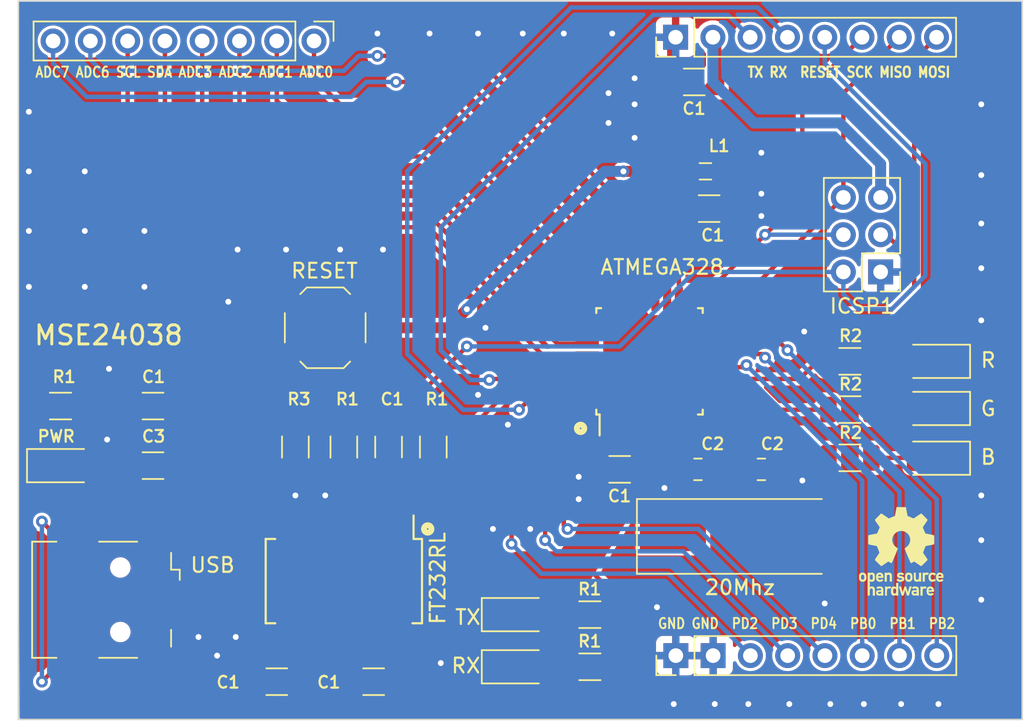
<source format=kicad_pcb>
(kicad_pcb (version 20221018) (generator pcbnew)
  (layers (0 "F.Cu" signal) (31 "B.Cu" signal) (34 "B.Paste" user) (35 "F.Paste" user) (36 "B.SilkS" user "B.Silkscreen") (37 "F.SilkS" user "F.Silkscreen") (38 "B.Mask" user) (39 "F.Mask" user) (44 "Edge.Cuts" user))
  (net 0 "")
  (net 1 "+5V")
  (net 2 "GND")
  (net 3 "+3V3")
  (net 4 "RESET")
  (net 5 "Net-(U1-XTAL2{slash}PB7)")
  (net 6 "Net-(U1-XTAL1{slash}PB6)")
  (net 7 "MOSI")
  (net 8 "SCK")
  (net 9 "MISO")
  (net 10 "-->TX")
  (net 11 "-->RX")
  (net 12 "Net-(RXLED1-A)")
  (net 13 "Net-(TXLED1-A)")
  (net 14 "PD3")
  (net 15 "PD4")
  (net 16 "PD5")
  (net 17 "PD6")
  (net 18 "PD7")
  (net 19 "PB0")
  (net 20 "PB1")
  (net 21 "PB2")
  (net 22 "ADC6")
  (net 23 "AREF")
  (net 24 "ADC7")
  (net 25 "ADC0")
  (net 26 "ADC1")
  (net 27 "ADC2")
  (net 28 "ADC3")
  (net 29 "SDA")
  (net 30 "SCL")
  (net 31 "USB_P")
  (net 32 "USB_N")
  (net 33 "/RXLED")
  (net 35 "unconnected-(USB1-Shield-Pad6)")
  (net 36 "/DTR")
  (net 37 "Net-(PWR1-K)")
  (net 38 "/TXLED")
  (net 39 "/AVCC")
  (net 40 "PD2")
  (net 51 "RX")
  (net 52 "TX")
  (net 53 "Net-(BLUE1-A)")
  (net 54 "Net-(GREEN1-A)")
  (net 55 "Net-(RED1-A)")
  (footprint "Package_SO:SSOP-28_5.3x10.2mm_P0.65mm" (layer "F.Cu") (at 151.511 92.71 -90)
    (fp_text reference "FT232RL1" hide)
    (fp_text value "FT232RL")
  )
  (footprint "Resistor_SMD:R_1206_3216Metric" (layer "F.Cu") (at 185.9935 81.014)
    (fp_text reference "R5" hide)
    (fp_text value "470")
  )
  (footprint "LED_SMD:LED_1206_3216Metric" (layer "F.Cu") (at 191.897 77.724 180)
    (fp_text reference "RED1" hide)
    (fp_text value "RED")
  )
  (footprint "Capacitor_SMD:C_1206_3216Metric" (layer "F.Cu") (at 153.543 99.568)
    (fp_text reference "C4" hide)
    (fp_text value "100nF")
  )
  (footprint "Connector_USB:USB_Mini-B_Wuerth_65100516121_Horizontal" (layer "F.Cu") (at 136.28 93.98 -90)
    (fp_text reference "USB1" hide)
    (fp_text value "USB_B_Mini")
  )
  (footprint "Resistor_SMD:R_1206_3216Metric" (layer "F.Cu") (at 168.275 94.996)
    (fp_text reference "R9" hide)
    (fp_text value "1k")
  )
  (footprint "Connector_PinHeader_2.54mm:PinHeader_1x08_P2.54mm_Vertical" (layer "F.Cu") (at 149.479 55.88 -90)
    (fp_text reference "J2" hide)
    (fp_text value "Conn_01x08_Socket" hide)
  )
  (footprint "LED_SMD:LED_1206_3216Metric" (layer "F.Cu") (at 191.897 84.328 180)
    (fp_text reference "BLUE1" hide)
    (fp_text value "BLUE")
  )
  (footprint "Symbol:OSHW-Logo_5.7x6mm_SilkScreen" (layer "F.Cu") (at 189.484 90.678)
    (fp_text reference "REF**" hide)
    (fp_text value "OSHW-Logo_5.7x6mm_SilkScreen" hide)
  )
  (footprint "LED_SMD:LED_1206_3216Metric" (layer "F.Cu") (at 132.207 84.836)
    (fp_text reference "PWR1" hide)
    (fp_text value "1206")
  )
  (footprint "Capacitor_SMD:C_1206_3216Metric" (layer "F.Cu") (at 138.508 84.836 180)
    (fp_text reference "C7" hide)
    (fp_text value "2.2uF")
  )
  (footprint "Capacitor_SMD:C_0805_2012Metric" (layer "F.Cu") (at 179.959 85.09)
    (fp_text reference "CX1" hide)
    (fp_text value "22pF")
  )
  (footprint "Button_Switch_SMD:SW_SPST_TL3342" (layer "F.Cu") (at 150.241 75.438 180)
    (fp_text reference "SW1" hide)
    (fp_text value "SW_Push")
  )
  (footprint "Capacitor_SMD:C_1206_3216Metric" (layer "F.Cu") (at 154.559 83.566 90)
    (fp_text reference "C8" hide)
    (fp_text value "100nF")
  )
  (footprint "Resistor_SMD:R_1206_3216Metric" (layer "F.Cu") (at 148.209 83.566 90)
    (fp_text reference "R3" hide)
    (fp_text value "10k")
  )
  (footprint "Capacitor_SMD:C_0805_2012Metric" (layer "F.Cu") (at 175.641 85.09 180)
    (fp_text reference "CX2" hide)
    (fp_text value "22pF")
  )
  (footprint "Connector_PinHeader_2.54mm:PinHeader_2x03_P2.54mm_Vertical" (layer "F.Cu") (at 188.087 71.628 180)
    (fp_text reference "ICSP1")
    (fp_text value "Conn_02x03_Odd_Even" hide)
  )
  (footprint "LED_SMD:LED_1206_3216Metric" (layer "F.Cu") (at 163.195 98.552)
    (fp_text reference "RXLED1" hide)
    (fp_text value "LED")
  )
  (footprint "Capacitor_SMD:C_1206_3216Metric" (layer "F.Cu") (at 175.387 58.674)
    (fp_text reference "C3" hide)
    (fp_text value "100nF")
  )
  (footprint "Capacitor_SMD:C_1206_3216Metric" (layer "F.Cu") (at 138.508 80.772 180)
    (fp_text reference "C6" hide)
    (fp_text value "100nF")
  )
  (footprint "Resistor_SMD:R_1206_3216Metric" (layer "F.Cu") (at 132.207 80.772 180)
    (fp_text reference "R8" hide)
    (fp_text value "1k")
  )
  (footprint "Resistor_SMD:R_1206_3216Metric" (layer "F.Cu") (at 168.275 98.552)
    (fp_text reference "R7" hide)
    (fp_text value "1k")
  )
  (footprint "Connector_PinHeader_2.54mm:PinHeader_1x08_P2.54mm_Vertical" (layer "F.Cu") (at 174.132 97.79 90)
    (fp_text reference "J3" hide)
    (fp_text value "Conn_01x08_Socket" hide)
  )
  (footprint "Connector_PinHeader_2.54mm:PinHeader_1x08_P2.54mm_Vertical" (layer "F.Cu") (at 174.117 55.626 90)
    (fp_text reference "J1" hide)
    (fp_text value "Conn_01x08_Socket" hide)
  )
  (footprint "Resistor_SMD:R_1206_3216Metric" (layer "F.Cu") (at 185.9935 84.304)
    (fp_text reference "R6" hide)
    (fp_text value "470")
  )
  (footprint "Resistor_SMD:R_1206_3216Metric" (layer "F.Cu") (at 151.511 83.566 90)
    (fp_text reference "R1" hide)
    (fp_text value "1k")
  )
  (footprint "LED_SMD:LED_1206_3216Metric" (layer "F.Cu") (at 191.897 80.938 180)
    (fp_text reference "GREEN1" hide)
    (fp_text value "GREEN")
  )
  (footprint "Resistor_SMD:R_1206_3216Metric" (layer "F.Cu") (at 185.9935 77.724)
    (fp_text reference "R4" hide)
    (fp_text value "470")
  )
  (footprint "Resistor_SMD:R_1206_3216Metric" (layer "F.Cu") (at 157.607 83.566 90)
    (fp_text reference "R2" hide)
    (fp_text value "1k")
  )
  (footprint "Capacitor_SMD:C_1206_3216Metric" (layer "F.Cu") (at 170.307 85.09 180)
    (fp_text reference "C1" hide)
    (fp_text value "100nF")
  )
  (footprint "Capacitor_SMD:C_1206_3216Metric" (layer "F.Cu") (at 146.939 99.568)
    (fp_text reference "C5" hide)
    (fp_text value "100nF")
  )
  (footprint "Package_QFP:TQFP-32_7x7mm_P0.8mm" (layer "F.Cu") (at 172.339 77.724 90)
    (fp_text reference "U1" hide)
    (fp_text value "ATmega88-20A")
  )
  (footprint "Capacitor_SMD:C_1206_3216Metric" (layer "F.Cu") (at 176.403 67.31)
    (fp_text reference "C2" hide)
    (fp_text value "100nF")
  )
  (footprint "LED_SMD:LED_1206_3216Metric" (layer "F.Cu") (at 163.195 94.996)
    (fp_text reference "TXLED1" hide)
    (fp_text value "LED")
  )
  (footprint "Crystal:Crystal_SMD_HC49-SD" (layer "F.Cu") (at 178.181 89.662)
    (fp_text reference "Y1" hide)
    (fp_text value "Crystal")
  )
  (footprint "Inductor_SMD:L_0805_2012Metric" (layer "F.Cu") (at 176.149 64.77)
    (fp_text reference "L1" hide)
    (fp_text value "10uH")
  )
  (gr_circle (center 167.64 82.296) (end 167.894 82.296) (stroke (width 0.4)) (fill none) (layer "F.SilkS"))
  (gr_circle (center 157.226 89.154) (end 157.48 89.154) (stroke (width 0.4)) (fill none) (layer "F.SilkS"))
  (gr_rect (start 129.337 53.156) (end 197.733 102.14) (stroke (width 0.1)) (fill none) (layer "Edge.Cuts"))
  (gr_text "C1" (at 174.498 60.96) (layer "F.SilkS") (effects (font (size 0.8 0.8)) (justify left bottom)))
  (gr_text "C3" (at 137.668 83.312) (layer "F.SilkS") (effects (font (size 0.8 0.8)) (justify left bottom)))
  (gr_text "R1" (at 167.386 93.726) (layer "F.SilkS") (effects (font (size 0.8 0.8)) (justify left bottom)))
  (gr_text "R2" (at 185.166 76.454) (layer "F.SilkS") (effects (font (size 0.8 0.8)) (justify left bottom)))
  (gr_text "C1" (at 142.748 100.076) (layer "F.SilkS") (effects (font (size 0.8 0.8)) (justify left bottom)))
  (gr_text "RX" (at 158.75 99.06) (layer "F.SilkS") (effects (font (size 1 1)) (justify left bottom)))
  (gr_text "L1" (at 176.276 63.5) (layer "F.SilkS") (effects (font (size 0.8 0.8)) (justify left bottom)))
  (gr_text "B" (at 194.818 84.836) (layer "F.SilkS") (effects (font (size 1 1)) (justify left bottom)))
  (gr_text "C1" (at 175.768 69.596) (layer "F.SilkS") (effects (font (size 0.8 0.8)) (justify left bottom)))
  (gr_text "R2" (at 185.166 79.756) (layer "F.SilkS") (effects (font (size 0.8 0.8)) (justify left bottom)))
  (gr_text "ATMEGA328" (at 168.91 71.882) (layer "F.SilkS") (effects (font (size 1 1)) (justify left bottom)))
  (gr_text "C1" (at 153.924 80.772) (layer "F.SilkS") (effects (font (size 0.8 0.8)) (justify left bottom)))
  (gr_text "FT232RL" (at 158.496 95.758 90) (layer "F.SilkS") (effects (font (size 1 1)) (justify left bottom)))
  (gr_text "C1" (at 137.668 79.248) (layer "F.SilkS") (effects (font (size 0.8 0.8)) (justify left bottom)))
  (gr_text "R" (at 194.818 78.232) (layer "F.SilkS") (effects (font (size 1 1)) (justify left bottom)))
  (gr_text "C2" (at 179.832 83.82) (layer "F.SilkS") (effects (font (size 0.8 0.8)) (justify left bottom)))
  (gr_text "ADC7 ADC6 SCL SDA ADC3 ADC2 ADC1 ADC0" (at 130.429 58.42) (layer "F.SilkS") (effects (font (size 0.7 0.6) (thickness 0.125) bold) (justify left bottom)))
  (gr_text "RESET" (at 147.828 72.136) (layer "F.SilkS") (effects (font (size 1 1)) (justify left bottom)))
  (gr_text "C1" (at 149.606 100.076) (layer "F.SilkS") (effects (font (size 0.8 0.8)) (justify left bottom)))
  (gr_text "MSE24038" (at 130.302 76.708) (layer "F.SilkS") (effects (font (size 1.3 1.3) (thickness 0.2) bold) (justify left bottom)))
  (gr_text "PWR" (at 130.556 83.312) (layer "F.SilkS") (effects (font (size 0.8 0.8)) (justify left bottom)))
  (gr_text "20Mhz" (at 176.022 93.726) (layer "F.SilkS") (effects (font (size 1 1)) (justify left bottom)))
  (gr_text "R1" (at 131.572 79.248) (layer "F.SilkS") (effects (font (size 0.8 0.8)) (justify left bottom)))
  (gr_text "GND GND  PD2  PD3  PD4  PB0  PB1  PB2" (at 172.847 96.012) (layer "F.SilkS") (effects (font (size 0.7 0.6) (thickness 0.125) bold) (justify left bottom)))
  (gr_text "R1" (at 156.972 80.772) (layer "F.SilkS") (effects (font (size 0.8 0.8)) (justify left bottom)))
  (gr_text "R1" (at 150.876 80.772) (layer "F.SilkS") (effects (font (size 0.8 0.8)) (justify left bottom)))
  (gr_text "R1" (at 167.386 97.282) (layer "F.SilkS") (effects (font (size 0.8 0.8)) (justify left bottom)))
  (gr_text "R2" (at 185.166 83.058) (layer "F.SilkS") (effects (font (size 0.8 0.8)) (justify left bottom)))
  (gr_text "G" (at 194.818 81.534) (layer "F.SilkS") (effects (font (size 1 1)) (justify left bottom)))
  (gr_text "C1" (at 169.418 87.376) (layer "F.SilkS") (effects (font (size 0.8 0.8)) (justify left bottom)))
  (gr_text "USB" (at 140.97 92.202) (layer "F.SilkS") (effects (font (size 1 1)) (justify left bottom)))
  (gr_text "TX RX  RESET SCK MISO MOSI" (at 178.943 58.42) (layer "F.SilkS") (effects (font (size 0.7 0.6)) (justify left bottom)))
  (gr_text "C2" (at 175.768 83.82) (layer "F.SilkS") (effects (font (size 0.8 0.8)) (justify left bottom)))
  (gr_text "TX" (at 159.004 95.758) (layer "F.SilkS") (effects (font (size 1 1)) (justify left bottom)))
  (gr_text "R3" (at 147.574 80.772) (layer "F.SilkS") (effects (font (size 0.8 0.8)) (justify left bottom)))
  (segment (start 176.862 55.421) (end 176.911 55.372) (width 0.75) (layer "F.Cu") (net 1))
  (segment (start 133.607 85.474) (end 134.747 86.614) (width 0.3) (layer "F.Cu") (net 1))
  (segment (start 150.536 96.31) (end 150.536 94.021) (width 0.3) (layer "F.Cu") (net 1))
  (segment (start 139.983 85.754) (end 142.621 88.392) (width 0.75) (layer "F.Cu") (net 1))
  (segment (start 139.983 85.188) (end 139.983 84.836) (width 0.3) (layer "F.Cu") (net 1))
  (segment (start 139.983 80.772) (end 139.983 85.754) (width 0.75) (layer "F.Cu") (net 1))
  (segment (start 170.561 64.77) (end 175.0865 64.77) (width 0.75) (layer "F.Cu") (net 1))
  (segment (start 175.0865 64.77) (end 175.0865 60.4495) (width 0.75) (layer "F.Cu") (net 1))
  (segment (start 133.607 84.836) (end 133.607 85.474) (width 0.3) (layer "F.Cu") (net 1))
  (segment (start 169.7375 94.996) (end 169.7375 93.4105) (width 0.3) (layer "F.Cu") (net 1))
  (segment (start 149.886 96.31) (end 149.886 94.133) (width 0.3) (layer "F.Cu") (net 1))
  (segment (start 159.893 74.168) (end 158.623 75.438) (width 0.75) (layer "F.Cu") (net 1))
  (segment (start 134.747 86.614) (end 138.557 86.614) (width 0.3) (layer "F.Cu") (net 1))
  (segment (start 146.491 75.438) (end 143.637 78.292) (width 0.75) (layer "F.Cu") (net 1))
  (segment (start 150.536 98.036) (end 152.068 99.568) (width 0.3) (layer "F.Cu") (net 1))
  (segment (start 169.7375 98.552) (end 169.7375 94.996) (width 0.3) (layer "F.Cu") (net 1))
  (segment (start 175.0865 60.4495) (end 176.862 58.674) (width 0.75) (layer "F.Cu") (net 1))
  (segment (start 138.557 86.614) (end 139.983 85.188) (width 0.3) (layer "F.Cu") (net 1))
  (segment (start 153.786 90.943) (end 153.543 91.186) (width 0.3) (layer "F.Cu") (net 1))
  (segment (start 148.209 85.0285) (end 147.7625 85.0285) (width 0.75) (layer "F.Cu") (net 1))
  (segment (start 149.886 94.133) (end 149.733 93.98) (width 0.3) (layer "F.Cu") (net 1))
  (segment (start 143.637 78.292) (end 143.637 87.884) (width 0.75) (layer "F.Cu") (net 1))
  (segment (start 169.7375 93.4105) (end 168.402 92.075) (width 0.3) (layer "F.Cu") (net 1))
  (segment (start 153.786 89.11) (end 153.786 90.943) (width 0.3) (layer "F.Cu") (net 1))
  (segment (start 176.862 55.831) (end 176.657 55.626) (width 0.75) (layer "F.Cu") (net 1))
  (segment (start 158.623 75.438) (end 146.491 75.438) (width 0.75) (layer "F.Cu") (net 1))
  (segment (start 176.862 58.674) (end 176.862 55.831) (width 0.75) (layer "F.Cu") (net 1))
  (segment (start 147.7625 85.0285) (end 145.161 87.63) (width 0.75) (layer "F.Cu") (net 1))
  (segment (start 150.536 96.31) (end 150.536 98.036) (width 0.3) (layer "F.Cu") (net 1))
  (via (at 170.561 64.77) (size 0.8) (drill 0.4) (layers "F.Cu" "B.Cu") (net 1))
  (via (at 159.893 74.168) (size 0.8) (drill 0.4) (layers "F.Cu" "B.Cu") (net 1))
  (segment (start 188.087 66.548) (end 188.087 64.262) (width 0.75) (layer "B.Cu") (net 1))
  (segment (start 188.087 64.262) (end 185.293 61.468) (width 0.75) (layer "B.Cu") (net 1))
  (segment (start 185.293 61.468) (end 179.451 61.468) (width 0.75) (layer "B.Cu") (net 1))
  (segment (start 179.451 61.468) (end 176.657 58.674) (width 0.75) (layer "B.Cu") (net 1))
  (segment (start 170.561 64.77) (end 169.291 64.77) (width 0.75) (layer "B.Cu") (net 1))
  (segment (start 169.291 64.77) (end 159.893 74.168) (width 0.75) (layer "B.Cu") (net 1))
  (segment (start 176.657 58.674) (end 176.657 55.626) (width 0.75) (layer "B.Cu") (net 1))
  (segment (start 169.545 85.09) (end 171.139 83.496) (width 0.3) (layer "F.Cu") (net 2))
  (segment (start 155.018 99.568) (end 154.436 98.986) (width 0.3) (layer "F.Cu") (net 2))
  (segment (start 171.139 83.496) (end 171.139 81.974) (width 0.3) (layer "F.Cu") (net 2))
  (segment (start 171.139 80.956) (end 171.139 81.974) (width 0.3) (layer "F.Cu") (net 2))
  (segment (start 172.739 81.974) (end 172.739 80.918) (width 0.3) (layer "F.Cu") (net 2))
  (segment (start 171.939 80.156) (end 171.577 80.518) (width 0.3) (layer "F.Cu") (net 2))
  (segment (start 154.436 98.986) (end 154.436 96.31) (width 0.3) (layer "F.Cu") (net 2))
  (segment (start 171.577 80.518) (end 171.139 80.956) (width 0.3) (layer "F.Cu") (net 2))
  (segment (start 173.912 58.674) (end 173.912 55.831) (width 0.75) (layer "F.Cu") (net 2))
  (segment (start 171.939 80.118) (end 171.939 80.156) (width 0.3) (layer "F.Cu") (net 2))
  (segment (start 137.033 84.836) (end 137.033 80.772) (width 0.3) (layer "F.Cu") (net 2))
  (segment (start 168.832 85.09) (end 169.545 85.09) (width 0.3) (layer "F.Cu") (net 2))
  (segment (start 172.339 80.518) (end 171.577 80.518) (width 0.3) (layer "F.Cu") (net 2))
  (segment (start 171.939 80.118) (end 172.339 80.518) (width 0.3) (layer "F.Cu") (net 2))
  (segment (start 149.236 96.31) (end 149.236 98.746) (width 0.3) (layer "F.Cu") (net 2))
  (segment (start 171.939 73.474) (end 171.939 80.118) (width 0.3) (layer "F.Cu") (net 2))
  (segment (start 149.236 98.746) (end 148.414 99.568) (width 0.3) (layer "F.Cu") (net 2))
  (segment (start 173.912 55.831) (end 174.117 55.626) (width 0.75) (layer "F.Cu") (net 2))
  (segment (start 147.091 73.538) (end 153.391 73.538) (width 0.3) (layer "F.Cu") (net 2))
  (segment (start 172.739 80.918) (end 172.339 80.518) (width 0.3) (layer "F.Cu") (net 2))
  (via (at 173.355 86.36) (size 0.8) (drill 0.4) (layers "F.Cu" "B.Cu") (net 2))
  (via (at 135.509 78.232) (size 0.8) (drill 0.4) (layers "F.Cu" "B.Cu") (net 2))
  (via (at 172.847 94.488) (size 0.8) (drill 0.4) (layers "F.Cu" "B.Cu") (net 2))
  (via (at 194.945 60.198) (size 0.8) (drill 0.4) (layers "F.Cu" "B.Cu") (net 2))
  (via (at 194.945 68.326) (size 0.8) (drill 0.4) (layers "F.Cu" "B.Cu") (net 2))
  (via (at 160.655 80.01) (size 0.8) (drill 0.4) (layers "F.Cu" "B.Cu") (net 2))
  (via (at 153.797 55.372) (size 0.8) (drill 0.4) (layers "F.Cu" "B.Cu") (net 2))
  (via (at 154.178 70.104) (size 0.8) (drill 0.4) (layers "F.Cu" "B.Cu") (net 2))
  (via (at 179.959 67.818) (size 0.8) (drill 0.4) (layers "F.Cu" "B.Cu") (net 2))
  (via (at 194.945 86.868) (size 0.8) (drill 0.4) (layers "F.Cu" "B.Cu") (net 2))
  (via (at 164.211 89.154) (size 0.8) (drill 0.4) (layers "F.Cu" "B.Cu") (net 2))
  (via (at 130.048 68.834) (size 0.8) (drill 0.4) (layers "F.Cu" "B.Cu") (net 2))
  (via (at 189.484 101.092) (size 0.8) (drill 0.4) (layers "F.Cu" "B.Cu") (net 2))
  (via (at 144.272 70.104) (size 0.8) (drill 0.4) (layers "F.Cu" "B.Cu") (net 2))
  (via (at 186.944 101.092) (size 0.8) (drill 0.4) (layers "F.Cu" "B.Cu") (net 2))
  (via (at 160.655 55.372) (size 0.8) (drill 0.4) (layers "F.Cu" "B.Cu") (net 2))
  (via (at 130.048 72.644) (size 0.8) (drill 0.4) (layers "F.Cu" "B.Cu") (net 2))
  (via (at 194.945 93.98) (size 0.8) (drill 0.4) (layers "F.Cu" "B.Cu") (net 2))
  (via (at 181.864 101.092) (size 0.8) (drill 0.4) (layers "F.Cu" "B.Cu") (net 2))
  (via (at 157.353 55.372) (size 0.8) (drill 0.4) (layers "F.Cu" "B.Cu") (net 2))
  (via (at 173.99 101.092) (size 0.8) (drill 0.4) (layers "F.Cu" "B.Cu") (net 2))
  (via (at 133.858 68.834) (size 0.8) (drill 0.4) (layers "F.Cu" "B.Cu") (net 2))
  (via (at 163.703 55.372) (size 0.8) (drill 0.4) (layers "F.Cu" "B.Cu") (net 2))
  (via (at 158.115 98.298) (size 0.8) (drill 0.4) (layers "F.Cu" "B.Cu") (net 2))
  (via (at 167.513 87.122) (size 0.8) (drill 0.4) (layers "F.Cu" "B.Cu") (net 2))
  (via (at 194.945 71.374) (size 0.8) (drill 0.4) (layers "F.Cu" "B.Cu") (net 2))
  (via (at 166.497 55.372) (size 0.8) (drill 0.4) (layers "F.Cu" "B.Cu") (net 2))
  (via (at 150.241 86.868) (size 0.8) (drill 0.4) (layers "F.Cu" "B.Cu") (net 2))
  (via (at 171.323 62.484) (size 0.8) (drill 0.4) (layers "F.Cu" "B.Cu") (net 2))
  (via (at 133.858 72.644) (size 0.8) (drill 0.4) (layers "F.Cu" "B.Cu") (net 2))
  (via (at 161.163 75.438) (size 0.8) (drill 0.4) (layers "F.Cu" "B.Cu") (net 2))
  (via (at 179.959 66.294) (size 0.8) (drill 0.4) (layers "F.Cu" "B.Cu") (net 2))
  (via (at 182.753 85.852) (size 0.8) (drill 0.4) (layers "F.Cu" "B.Cu") (net 2))
  (via (at 130.048 60.706) (size 0.8) (drill 0.4) (layers "F.Cu" "B.Cu") (net 2))
  (via (at 162.687 82.042) (size 0.8) (drill 0.4) (layers "F.Cu" "B.Cu") (net 2))
  (via (at 169.799 55.372) (size 0.8) (drill 0.4) (layers "F.Cu" "B.Cu") (net 2))
  (via (at 141.605 96.52) (size 0.8) (drill 0.4) (layers "F.Cu" "B.Cu") (net 2))
  (via (at 182.88 75.692) (size 0.8) (drill 0.4) (layers "F.Cu" "B.Cu") (net 2))
  (via (at 194.945 65.024) (size 0.8) (drill 0.4) (layers "F.Cu" "B.Cu") (net 2))
  (via (at 137.922 72.644) (size 0.8) (drill 0.4) (layers "F.Cu" "B.Cu") (net 2))
  (via (at 167.513 85.598) (size 0.8) (drill 0.4) (layers "F.Cu" "B.Cu") (net 2))
  (via (at 194.945 89.916) (size 0.8) (drill 0.4) (layers "F.Cu" "B.Cu") (net 2))
  (via (at 133.858 64.77) (size 0.8) (drill 0.4) (layers "F.Cu" "B.Cu") (net 2))
  (via (at 176.784 101.092) (size 0.8) (drill 0.4) (layers "F.Cu" "B.Cu") (net 2))
  (via (at 171.323 58.42) (size 0.8) (drill 0.4) (layers "F.Cu" "B.Cu") (net 2))
  (via (at 179.07 101.092) (size 0.8) (drill 0.4) (layers "F.Cu" "B.Cu") (net 2))
  (via (at 194.945 74.93) (size 0.8) (drill 0.4) (layers "F.Cu" "B.Cu") (net 2))
  (via (at 135.382 83.058) (size 0.8) (drill 0.4) (layers "F.Cu" "B.Cu") (net 2))
  (via (at 169.545 61.468) (size 0.8) (drill 0.4) (layers "F.Cu" "B.Cu") (net 2))
  (via (at 147.574 70.104) (size 0.8) (drill 0.4) (layers "F.Cu" "B.Cu") (net 2))
  (via (at 169.545 59.436) (size 0.8) (drill 0.4) (layers "F.Cu" "B.Cu") (net 2))
  (via (at 161.671 89.154) (size 0.8) (drill 0.4) (layers "F.Cu" "B.Cu") (net 2))
  (via (at 137.922 68.834) (size 0.8) (drill 0.4) (layers "F.Cu" "B.Cu") (net 2))
  (via (at 130.048 64.77) (size 0.8) (drill 0.4) (layers "F.Cu" "B.Cu") (net 2))
  (via (at 148.209 86.868) (size 0.8) (drill 0.4) (layers "F.Cu" "B.Cu") (net 2))
  (via (at 171.323 60.198) (size 0.8) (drill 0.4) (layers "F.Cu" "B.Cu") (net 2))
  (via (at 144.145 96.52) (size 0.8) (drill 0.4) (layers "F.Cu" "B.Cu") (net 2))
  (via (at 184.277 94.234) (size 0.8) (drill 0.4) (layers "F.Cu" "B.Cu") (net 2))
  (via (at 151.257 70.104) (size 0.8) (drill 0.4) (layers "F.Cu" "B.Cu") (net 2))
  (via (at 192.024 101.092) (size 0.8) (drill 0.4) (layers "F.Cu" "B.Cu") (net 2))
  (via (at 142.875 97.79) (size 0.8) (drill 0.4) (layers "F.Cu" "B.Cu") (net 2))
  (via (at 184.658 101.092) (size 0.8) (drill 0.4) (layers "F.Cu" "B.Cu") (net 2))
  (via (at 179.959 63.5) (size 0.8) (drill 0.4) (layers "F.Cu" "B.Cu") (net 2))
  (via (at 143.637 73.66) (size 0.8) (drill 0.4) (layers "F.Cu" "B.Cu") (net 2))
  (segment (start 148.586 96.31) (end 148.586 97.413) (width 0.3) (layer "F.Cu") (net 3))
  (segment (start 148.586 97.413) (end 147.955 98.044) (width 0.3) (layer "F.Cu") (net 3))
  (segment (start 146.685 98.044) (end 145.464 99.265) (width 0.3) (layer "F.Cu") (net 3))
  (segment (start 145.464 99.265) (end 145.464 99.568) (width 0.3) (layer "F.Cu") (net 3))
  (segment (start 147.955 98.044) (end 146.685 98.044) (width 0.3) (layer "F.Cu") (net 3))
  (segment (start 147.071 80.9655) (end 147.091 80.9455) (width 0.3) (layer "F.Cu") (net 4))
  (segment (start 159.893 76.708) (end 158.526 78.075) (width 0.3) (layer "F.Cu") (net 4))
  (segment (start 158.526 78.075) (end 158.526 78.124) (width 0.3) (layer "F.Cu") (net 4))
  (segment (start 156.4885 80.1615) (end 156.9965 79.6535) (width 0.3) (layer "F.Cu") (net 4))
  (segment (start 156.9965 79.6535) (end 158.526 78.124) (width 0.3) (layer "F.Cu") (net 4))
  (segment (start 158.526 78.124) (end 168.089 78.124) (width 0.3) (layer "F.Cu") (net 4))
  (segment (start 153.391 77.338) (end 147.091 77.338) (width 0.3) (layer "F.Cu") (net 4))
  (segment (start 150.151 80.1615) (end 156.4885 80.1615) (width 0.3) (layer "F.Cu") (net 4))
  (segment (start 148.209 82.1035) (end 150.151 80.1615) (width 0.3) (layer "F.Cu") (net 4))
  (segment (start 147.071 80.9655) (end 148.209 82.1035) (width 0.3) (layer "F.Cu") (net 4))
  (segment (start 147.091 80.9455) (end 147.091 77.338) (width 0.3) (layer "F.Cu") (net 4))
  (segment (start 154.559 82.091) (end 156.4885 80.1615) (width 0.3) (layer "F.Cu") (net 4))
  (via (at 159.893 76.708) (size 0.8) (drill 0.4) (layers "F.Cu" "B.Cu") (net 4))
  (segment (start 185.547 71.628) (end 185.547 73.152) (width 0.3) (layer "B.Cu") (net 4))
  (segment (start 170.307 76.708) (end 159.893 76.708) (width 0.3) (layer "B.Cu") (net 4))
  (segment (start 191.135 64.262) (end 184.277 57.404) (width 0.3) (layer "B.Cu") (net 4))
  (segment (start 185.547 73.152) (end 186.563 74.168) (width 0.3) (layer "B.Cu") (net 4))
  (segment (start 191.135 71.882) (end 191.135 64.262) (width 0.3) (layer "B.Cu") (net 4))
  (segment (start 184.277 57.404) (end 184.277 55.626) (width 0.3) (layer "B.Cu") (net 4))
  (segment (start 175.387 71.628) (end 170.307 76.708) (width 0.3) (layer "B.Cu") (net 4))
  (segment (start 186.563 74.168) (end 188.849 74.168) (width 0.3) (layer "B.Cu") (net 4))
  (segment (start 188.849 74.168) (end 191.135 71.882) (width 0.3) (layer "B.Cu") (net 4))
  (segment (start 185.547 71.628) (end 175.387 71.628) (width 0.3) (layer "B.Cu") (net 4))
  (segment (start 179.009 85.09) (end 179.009 87.696) (width 0.3) (layer "F.Cu") (net 5))
  (segment (start 179.009 83.886) (end 179.009 85.09) (width 0.3) (layer "F.Cu") (net 5))
  (segment (start 179.009 87.696) (end 180.975 89.662) (width 0.3) (layer "F.Cu") (net 5))
  (segment (start 180.975 89.662) (end 182.431 89.662) (width 0.3) (layer "F.Cu") (net 5))
  (segment (start 177.097 81.974) (end 179.009 83.886) (width 0.3) (layer "F.Cu") (net 5))
  (segment (start 175.139 81.974) (end 177.097 81.974) (width 0.3) (layer "F.Cu") (net 5))
  (segment (start 174.339 81.974) (end 174.339 83.026) (width 0.3) (layer "F.Cu") (net 6))
  (segment (start 174.625 89.662) (end 173.931 89.662) (width 0.3) (layer "F.Cu") (net 6))
  (segment (start 176.591 85.09) (end 176.591 87.696) (width 0.3) (layer "F.Cu") (net 6))
  (segment (start 176.591 84.262) (end 176.591 85.09) (width 0.3) (layer "F.Cu") (net 6))
  (segment (start 174.879 83.566) (end 175.895 83.566) (width 0.3) (layer "F.Cu") (net 6))
  (segment (start 175.895 83.566) (end 176.591 84.262) (width 0.3) (layer "F.Cu") (net 6))
  (segment (start 174.339 83.026) (end 174.879 83.566) (width 0.3) (layer "F.Cu") (net 6))
  (segment (start 176.591 87.696) (end 174.625 89.662) (width 0.3) (layer "F.Cu") (net 6))
  (segment (start 190.373 70.993) (end 190.373 57.15) (width 0.3) (layer "F.Cu") (net 7))
  (segment (start 188.468 69.088) (end 188.087 69.088) (width 0.3) (layer "F.Cu") (net 7))
  (segment (start 190.373 57.15) (end 191.897 55.626) (width 0.3) (layer "F.Cu") (net 7))
  (segment (start 190.373 72.644) (end 190.373 70.993) (width 0.3) (layer "F.Cu") (net 7))
  (segment (start 178.911 75.724) (end 180.213 74.422) (width 0.3) (layer "F.Cu") (net 7))
  (segment (start 180.213 74.422) (end 188.595 74.422) (width 0.3) (layer "F.Cu") (net 7))
  (segment (start 188.595 74.422) (end 190.373 72.644) (width 0.3) (layer "F.Cu") (net 7))
  (segment (start 190.373 70.993) (end 188.468 69.088) (width 0.3) (layer "F.Cu") (net 7))
  (segment (start 176.589 75.724) (end 178.911 75.724) (width 0.3) (layer "F.Cu") (net 7))
  (segment (start 175.827 73.474) (end 180.213 69.088) (width 0.3) (layer "F.Cu") (net 8))
  (segment (start 175.139 73.474) (end 175.827 73.474) (width 0.3) (layer "F.Cu") (net 8))
  (segment (start 182.753 66.548) (end 182.753 59.69) (width 0.3) (layer "F.Cu") (net 8))
  (segment (start 182.753 59.69) (end 186.817 55.626) (width 0.3) (layer "F.Cu") (net 8))
  (segment (start 180.213 69.088) (end 182.753 66.548) (width 0.3) (layer "F.Cu") (net 8))
  (via (at 180.213 69.088) (size 0.8) (drill 0.4) (layers "F.Cu" "B.Cu") (net 8))
  (segment (start 180.213 69.088) (end 185.547 69.088) (width 0.3) (layer "B.Cu") (net 8))
  (segment (start 176.589 74.924) (end 177.171 74.924) (width 0.3) (layer "F.Cu") (net 9))
  (segment (start 185.547 66.548) (end 185.547 59.436) (width 0.3) (layer "F.Cu") (net 9))
  (segment (start 185.547 59.436) (end 189.357 55.626) (width 0.3) (layer "F.Cu") (net 9))
  (segment (start 177.171 74.924) (end 185.547 66.548) (width 0.3) (layer "F.Cu") (net 9))
  (segment (start 151.511 86.36) (end 151.511 85.0285) (width 0.3) (layer "F.Cu") (net 10))
  (segment (start 153.136 87.985) (end 151.511 86.36) (width 0.3) (layer "F.Cu") (net 10))
  (segment (start 153.136 89.11) (end 153.136 87.985) (width 0.3) (layer "F.Cu") (net 10))
  (segment (start 155.736 88.485) (end 157.607 86.614) (width 0.3) (layer "F.Cu") (net 11))
  (segment (start 157.607 86.614) (end 157.607 85.0285) (width 0.3) (layer "F.Cu") (net 11))
  (segment (start 155.736 89.11) (end 155.736 88.485) (width 0.3) (layer "F.Cu") (net 11))
  (segment (start 164.595 98.552) (end 166.8125 98.552) (width 0.3) (layer "F.Cu") (net 12))
  (segment (start 164.595 94.996) (end 166.8125 94.996) (width 0.3) (layer "F.Cu") (net 13))
  (segment (start 165.227 89.916) (end 165.227 84.836) (width 0.3) (layer "F.Cu") (net 14))
  (segment (start 168.089 81.974) (end 169.539 81.974) (width 0.3) (layer "F.Cu") (net 14))
  (segment (start 165.227 84.836) (end 168.089 81.974) (width 0.3) (layer "F.Cu") (net 14))
  (via (at 165.227 89.916) (size 0.8) (drill 0.4) (layers "F.Cu" "B.Cu") (net 14))
  (segment (start 165.989 90.678) (end 174.64 90.678) (width 0.3) (layer "B.Cu") (net 14))
  (segment (start 174.64 90.678) (end 181.752 97.79) (width 0.3) (layer "B.Cu") (net 14))
  (segment (start 165.227 89.916) (end 165.989 90.678) (width 0.3) (layer "B.Cu") (net 14))
  (segment (start 170.339 81.974) (end 170.339 83.026) (width 0.3) (layer "F.Cu") (net 15))
  (segment (start 169.799 83.566) (end 167.767 83.566) (width 0.3) (layer "F.Cu") (net 15))
  (segment (start 166.497 84.836) (end 166.497 88.9) (width 0.3) (layer "F.Cu") (net 15))
  (segment (start 167.767 83.566) (end 166.497 84.836) (width 0.3) (layer "F.Cu") (net 15))
  (segment (start 166.497 88.9) (end 166.751 89.154) (width 0.3) (layer "F.Cu") (net 15))
  (segment (start 170.339 83.026) (end 169.799 83.566) (width 0.3) (layer "F.Cu") (net 15))
  (via (at 166.751 89.154) (size 0.8) (drill 0.4) (layers "F.Cu" "B.Cu") (net 15))
  (segment (start 166.751 89.154) (end 175.656 89.154) (width 0.3) (layer "B.Cu") (net 15))
  (segment (start 175.656 89.154) (end 184.292 97.79) (width 0.3) (layer "B.Cu") (net 15))
  (segment (start 176.589 80.524) (end 177.933 80.524) (width 0.3) (layer "F.Cu") (net 16))
  (segment (start 179.959 82.55) (end 182.777 82.55) (width 0.3) (layer "F.Cu") (net 16))
  (segment (start 177.933 80.524) (end 179.959 82.55) (width 0.3) (layer "F.Cu") (net 16))
  (segment (start 182.777 82.55) (end 184.531 84.304) (width 0.3) (layer "F.Cu") (net 16))
  (segment (start 180.975 81.026) (end 184.519 81.026) (width 0.3) (layer "F.Cu") (net 17))
  (segment (start 176.589 79.724) (end 179.673 79.724) (width 0.3) (layer "F.Cu") (net 17))
  (segment (start 184.519 81.026) (end 184.531 81.014) (width 0.3) (layer "F.Cu") (net 17))
  (segment (start 179.673 79.724) (end 180.975 81.026) (width 0.3) (layer "F.Cu") (net 17))
  (segment (start 182.569 78.924) (end 183.769 77.724) (width 0.3) (layer "F.Cu") (net 18))
  (segment (start 183.769 77.724) (end 184.531 77.724) (width 0.3) (layer "F.Cu") (net 18))
  (segment (start 176.589 78.924) (end 182.569 78.924) (width 0.3) (layer "F.Cu") (net 18))
  (segment (start 176.589 78.124) (end 178.797 78.124) (width 0.3) (layer "F.Cu") (net 19))
  (segment (start 178.797 78.124) (end 178.943 77.978) (width 0.3) (layer "F.Cu") (net 19))
  (via (at 178.943 77.978) (size 0.8) (drill 0.4) (layers "F.Cu" "B.Cu") (net 19))
  (segment (start 186.832 85.867) (end 186.832 97.79) (width 0.3) (layer "B.Cu") (net 19))
  (segment (start 178.943 77.978) (end 186.832 85.867) (width 0.3) (layer "B.Cu") (net 19))
  (segment (start 177.785 77.228) (end 179.971 77.228) (width 0.3) (layer "F.Cu") (net 20))
  (segment (start 179.971 77.228) (end 180.213 77.47) (width 0.3) (layer "F.Cu") (net 20))
  (segment (start 176.589 77.324) (end 177.689 77.324) (width 0.3) (layer "F.Cu") (net 20))
  (segment (start 177.689 77.324) (end 177.785 77.228) (width 0.3) (layer "F.Cu") (net 20))
  (via (at 180.213 77.47) (size 0.8) (drill 0.4) (layers "F.Cu" "B.Cu") (net 20))
  (segment (start 189.372 86.629) (end 189.372 97.79) (width 0.3) (layer "B.Cu") (net 20))
  (segment (start 180.213 77.47) (end 189.372 86.629) (width 0.3) (layer "B.Cu") (net 20))
  (segment (start 181.299 76.524) (end 181.737 76.962) (width 0.3) (layer "F.Cu") (net 21))
  (segment (start 176.589 76.524) (end 181.299 76.524) (width 0.3) (layer "F.Cu") (net 21))
  (via (at 181.737 76.962) (size 0.8) (drill 0.4) (layers "F.Cu" "B.Cu") (net 21))
  (segment (start 181.737 76.962) (end 191.912 87.137) (width 0.3) (layer "B.Cu") (net 21))
  (segment (start 191.912 87.137) (end 191.912 97.79) (width 0.3) (layer "B.Cu") (net 21))
  (segment (start 173.539 73.474) (end 173.539 70.034) (width 0.3) (layer "F.Cu") (net 22))
  (segment (start 160.401 56.896) (end 153.797 56.896) (width 0.3) (layer "F.Cu") (net 22))
  (segment (start 169.037 65.532) (end 160.401 56.896) (width 0.3) (layer "F.Cu") (net 22))
  (segment (start 173.539 70.034) (end 169.037 65.532) (width 0.3) (layer "F.Cu") (net 22))
  (via (at 153.797 56.896) (size 0.8) (drill 0.4) (layers "F.Cu" "B.Cu") (net 22))
  (segment (start 135.001 57.912) (end 134.239 57.15) (width 0.3) (layer "B.Cu") (net 22))
  (segment (start 134.239 57.15) (end 134.239 55.88) (width 0.3) (layer "B.Cu") (net 22))
  (segment (start 153.797 56.896) (end 152.527 56.896) (width 0.3) (layer "B.Cu") (net 22))
  (segment (start 152.527 56.896) (end 151.511 57.912) (width 0.3) (layer "B.Cu") (net 22))
  (segment (start 151.511 57.912) (end 135.001 57.912) (width 0.3) (layer "B.Cu") (net 22))
  (segment (start 171.139 69.92) (end 159.893 58.674) (width 0.3) (layer "F.Cu") (net 24))
  (segment (start 159.893 58.674) (end 155.067 58.674) (width 0.3) (layer "F.Cu") (net 24))
  (segment (start 171.139 73.474) (end 171.139 69.92) (width 0.3) (layer "F.Cu") (net 24))
  (via (at 155.067 58.674) (size 0.8) (drill 0.4) (layers "F.Cu" "B.Cu") (net 24))
  (segment (start 133.985 59.69) (end 131.699 57.404) (width 0.3) (layer "B.Cu") (net 24))
  (segment (start 152.019 59.69) (end 133.985 59.69) (width 0.3) (layer "B.Cu") (net 24))
  (segment (start 131.699 57.404) (end 131.699 55.88) (width 0.3) (layer "B.Cu") (net 24))
  (segment (start 155.067 58.674) (end 153.035 58.674) (width 0.3) (layer "B.Cu") (net 24))
  (segment (start 153.035 58.674) (end 152.019 59.69) (width 0.3) (layer "B.Cu") (net 24))
  (segment (start 170.339 73.474) (end 170.339 71.406) (width 0.3) (layer "F.Cu") (net 25))
  (segment (start 159.131 60.198) (end 151.257 60.198) (width 0.3) (layer "F.Cu") (net 25))
  (segment (start 170.339 71.406) (end 159.131 60.198) (width 0.3) (layer "F.Cu") (net 25))
  (segment (start 149.479 58.42) (end 149.479 55.88) (width 0.3) (layer "F.Cu") (net 25))
  (segment (start 151.257 60.198) (end 149.479 58.42) (width 0.3) (layer "F.Cu") (net 25))
  (segment (start 158.041 61.976) (end 148.971 61.976) (width 0.3) (layer "F.Cu") (net 26))
  (segment (start 169.539 73.474) (end 158.041 61.976) (width 0.3) (layer "F.Cu") (net 26))
  (segment (start 146.939 59.944) (end 146.939 55.88) (width 0.3) (layer "F.Cu") (net 26))
  (segment (start 148.971 61.976) (end 146.939 59.944) (width 0.3) (layer "F.Cu") (net 26))
  (segment (start 168.089 74.924) (end 156.919 63.754) (width 0.3) (layer "F.Cu") (net 27))
  (segment (start 147.447 63.754) (end 144.399 60.706) (width 0.3) (layer "F.Cu") (net 27))
  (segment (start 156.919 63.754) (end 147.447 63.754) (width 0.3) (layer "F.Cu") (net 27))
  (segment (start 144.399 60.706) (end 144.399 55.88) (width 0.3) (layer "F.Cu") (net 27))
  (segment (start 146.177 65.532) (end 141.859 61.214) (width 0.3) (layer "F.Cu") (net 28))
  (segment (start 168.089 75.724) (end 166.989 75.724) (width 0.3) (layer "F.Cu") (net 28))
  (segment (start 141.859 61.214) (end 141.859 55.88) (width 0.3) (layer "F.Cu") (net 28))
  (segment (start 156.797 65.532) (end 146.177 65.532) (width 0.3) (layer "F.Cu") (net 28))
  (segment (start 166.989 75.724) (end 156.797 65.532) (width 0.3) (layer "F.Cu") (net 28))
  (segment (start 168.089 76.524) (end 166.059 76.524) (width 0.3) (layer "F.Cu") (net 29))
  (segment (start 156.591 67.056) (end 144.399 67.056) (width 0.3) (layer "F.Cu") (net 29))
  (segment (start 139.319 61.976) (end 139.319 55.88) (width 0.3) (layer "F.Cu") (net 29))
  (segment (start 166.059 76.524) (end 156.591 67.056) (width 0.3) (layer "F.Cu") (net 29))
  (segment (start 144.399 67.056) (end 139.319 61.976) (width 0.3) (layer "F.Cu") (net 29))
  (segment (start 168.089 77.324) (end 165.081 77.324) (width 0.3) (layer "F.Cu") (net 30))
  (segment (start 142.875 68.58) (end 136.779 62.484) (width 0.3) (layer "F.Cu") (net 30))
  (segment (start 165.081 77.324) (end 156.337 68.58) (width 0.3) (layer "F.Cu") (net 30))
  (segment (start 156.337 68.58) (end 142.875 68.58) (width 0.3) (layer "F.Cu") (net 30))
  (segment (start 136.779 62.484) (end 136.779 55.88) (width 0.3) (layer "F.Cu") (net 30))
  (segment (start 147.361 94.922499) (end 147.286 94.997499) (width 0.3) (layer "F.Cu") (net 31))
  (segment (start 140.880001 93.855) (end 141.421 93.855) (width 0.3) (layer "F.Cu") (net 31))
  (segment (start 142.321 94.268155) (end 142.321 94.155) (width 0.3) (layer "F.Cu") (net 31))
  (segment (start 147.286 94.997499) (end 147.286 96.31) (width 0.3) (layer "F.Cu") (net 31))
  (segment (start 138.88 93.98) (end 140.755001 93.98) (width 0.3) (layer "F.Cu") (net 31))
  (segment (start 146.67909 93.855) (end 147.361 94.53691) (width 0.3) (layer "F.Cu") (net 31))
  (segment (start 142.621 93.855) (end 146.67909 93.855) (width 0.3) (layer "F.Cu") (net 31))
  (segment (start 141.721 94.155) (end 141.721 94.268155) (width 0.3) (layer "F.Cu") (net 31))
  (segment (start 147.361 94.53691) (end 147.361 94.922499) (width 0.3) (layer "F.Cu") (net 31))
  (segment (start 140.755001 93.98) (end 140.880001 93.855) (width 0.3) (layer "F.Cu") (net 31))
  (arc (start 141.721 94.268155) (mid 141.808868 94.480287) (end 142.021 94.568155) (width 0.3) (layer "F.Cu") (net 31))
  (arc (start 142.021 94.568155) (mid 142.233132 94.480287) (end 142.321 94.268155) (width 0.3) (layer "F.Cu") (net 31))
  (arc (start 142.321 94.155) (mid 142.408868 93.942868) (end 142.621 93.855) (width 0.3) (layer "F.Cu") (net 31))
  (arc (start 141.421 93.855) (mid 141.633132 93.942868) (end 141.721 94.155) (width 0.3) (layer "F.Cu") (net 31))
  (segment (start 147.886 94.28409) (end 147.861 94.30909) (width 0.3) (layer "F.Cu") (net 32))
  (segment (start 146.90691 93.305) (end 147.886 94.28409) (width 0.3) (layer "F.Cu") (net 32))
  (segment (start 140.755001 93.18) (end 140.880001 93.305) (width 0.3) (layer "F.Cu") (net 32))
  (segment (start 147.861 94.922499) (end 147.936 94.997499) (width 0.3) (layer "F.Cu") (net 32))
  (segment (start 138.88 93.18) (end 140.755001 93.18) (width 0.3) (layer "F.Cu") (net 32))
  (segment (start 140.880001 93.305) (end 146.90691 93.305) (width 0.3) (layer "F.Cu") (net 32))
  (segment (start 147.936 94.997499) (end 147.936 96.31) (width 0.3) (layer "F.Cu") (net 32))
  (segment (start 147.861 94.30909) (end 147.861 94.922499) (width 0.3) (layer "F.Cu") (net 32))
  (segment (start 152.486 96.31) (end 152.486 95.037) (width 0.3) (layer "F.Cu") (net 33))
  (segment (start 152.781 94.742) (end 156.845 94.742) (width 0.3) (layer "F.Cu") (net 33))
  (segment (start 156.845 94.742) (end 160.655 98.552) (width 0.3) (layer "F.Cu") (net 33))
  (segment (start 152.486 95.037) (end 152.781 94.742) (width 0.3) (layer "F.Cu") (net 33))
  (segment (start 160.655 98.552) (end 161.795 98.552) (width 0.3) (layer "F.Cu") (net 33))
  (segment (start 138.88 98.38) (end 133.38 98.38) (width 0.3) (layer "F.Cu") (net 35))
  (segment (start 131.871 89.58) (end 130.937 88.646) (width 0.3) (layer "F.Cu") (net 35))
  (segment (start 138.88 89.58) (end 133.38 89.58) (width 0.3) (layer "F.Cu") (net 35))
  (segment (start 133.38 89.58) (end 131.871 89.58) (width 0.3) (layer "F.Cu") (net 35))
  (segment (start 132.125 98.38) (end 130.937 99.568) (width 0.3) (layer "F.Cu") (net 35))
  (segment (start 133.38 98.38) (end 132.125 98.38) (width 0.3) (layer "F.Cu") (net 35))
  (via (at 130.937 99.568) (size 0.8) (drill 0.4) (layers "F.Cu" "B.Cu") (net 35))
  (via (at 130.937 88.646) (size 0.8) (drill 0.4) (layers "F.Cu" "B.Cu") (net 35))
  (segment (start 130.937 88.646) (end 130.937 99.568) (width 0.3) (layer "B.Cu") (net 35))
  (segment (start 155.086 87.141) (end 154.559 86.614) (width 0.3) (layer "F.Cu") (net 36))
  (segment (start 154.559 86.614) (end 154.559 85.041) (width 0.3) (layer "F.Cu") (net 36))
  (segment (start 155.086 89.11) (end 155.086 87.141) (width 0.3) (layer "F.Cu") (net 36))
  (segment (start 133.6695 80.772) (end 133.6695 81.3415) (width 0.3) (layer "F.Cu") (net 37))
  (segment (start 130.807 84.204) (end 130.807 84.836) (width 0.3) (layer "F.Cu") (net 37))
  (segment (start 133.6695 81.3415) (end 130.807 84.204) (width 0.3) (layer "F.Cu") (net 37))
  (segment (start 152.781 93.98) (end 160.779 93.98) (width 0.3) (layer "F.Cu") (net 38))
  (segment (start 151.836 94.925) (end 152.781 93.98) (width 0.3) (layer "F.Cu") (net 38))
  (segment (start 160.779 93.98) (end 161.795 94.996) (width 0.3) (layer "F.Cu") (net 38))
  (segment (start 151.836 96.31) (end 151.836 94.925) (width 0.3) (layer "F.Cu") (net 38))
  (segment (start 174.339 73.474) (end 174.339 71.152) (width 0.3) (layer "F.Cu") (net 39))
  (segment (start 174.879 67.359) (end 174.928 67.31) (width 0.3) (layer "F.Cu") (net 39))
  (segment (start 174.928 67.31) (end 177.2115 65.0265) (width 0.3) (layer "F.Cu") (net 39))
  (segment (start 174.879 70.612) (end 174.879 67.359) (width 0.3) (layer "F.Cu") (net 39))
  (segment (start 174.339 71.152) (end 174.879 70.612) (width 0.3) (layer "F.Cu") (net 39))
  (segment (start 177.2115 65.0265) (end 177.2115 64.77) (width 0.3) (layer "F.Cu") (net 39))
  (segment (start 168.015 80.524) (end 168.089 80.524) (width 0.3) (layer "F.Cu") (net 40))
  (segment (start 162.941 90.17) (end 162.941 85.598) (width 0.3) (layer "F.Cu") (net 40))
  (segment (start 162.941 85.598) (end 168.015 80.524) (width 0.3) (layer "F.Cu") (net 40))
  (via (at 162.941 90.17) (size 0.8) (drill 0.4) (layers "F.Cu" "B.Cu") (net 40))
  (segment (start 164.973 92.202) (end 173.624 92.202) (width 0.3) (layer "B.Cu") (net 40))
  (segment (start 162.941 90.17) (end 164.973 92.202) (width 0.3) (layer "B.Cu") (net 40))
  (segment (start 173.624 92.202) (end 179.212 97.79) (width 0.3) (layer "B.Cu") (net 40))
  (segment (start 162.687 83.566) (end 166.529 79.724) (width 0.3) (layer "F.Cu") (net 51))
  (segment (start 151.511 83.058) (end 152.019 83.566) (width 0.3) (layer "F.Cu") (net 51))
  (segment (start 164.751 79.724) (end 166.529 79.724) (width 0.3) (layer "F.Cu") (net 51))
  (segment (start 151.511 82.1035) (end 151.511 83.058) (width 0.3) (layer "F.Cu") (net 51))
  (segment (start 166.529 79.724) (end 168.089 79.724) (width 0.3) (layer "F.Cu") (net 51))
  (segment (start 163.449 81.026) (end 164.751 79.724) (width 0.3) (layer "F.Cu") (net 51))
  (segment (start 152.019 83.566) (end 162.687 83.566) (width 0.3) (layer "F.Cu") (net 51))
  (via (at 163.449 81.026) (size 0.8) (drill 0.4) (layers "F.Cu" "B.Cu") (net 51))
  (segment (start 167.005 53.594) (end 179.705 53.594) (width 0.3) (layer "B.Cu") (net 51))
  (segment (start 155.829 77.216) (end 155.829 64.77) (width 0.3) (layer "B.Cu") (net 51))
  (segment (start 155.829 64.77) (end 167.005 53.594) (width 0.3) (layer "B.Cu") (net 51))
  (segment (start 159.639 81.026) (end 155.829 77.216) (width 0.3) (layer "B.Cu") (net 51))
  (segment (start 163.449 81.026) (end 159.639 81.026) (width 0.3) (layer "B.Cu") (net 51))
  (segment (start 179.705 53.594) (end 181.737 55.626) (width 0.3) (layer "B.Cu") (net 51))
  (segment (start 163.449 78.994) (end 163.519 78.924) (width 0.3) (layer "F.Cu") (net 52))
  (segment (start 163.957 78.924) (end 168.089 78.924) (width 0.3) (layer "F.Cu") (net 52))
  (segment (start 160.3395 82.1035) (end 163.519 78.924) (width 0.3) (layer "F.Cu") (net 52))
  (segment (start 161.487 78.924) (end 161.417 78.994) (width 0.3) (layer "F.Cu") (net 52))
  (segment (start 157.607 82.1035) (end 160.3395 82.1035) (width 0.3) (layer "F.Cu") (net 52))
  (segment (start 163.519 78.924) (end 163.957 78.924) (width 0.3) (layer "F.Cu") (net 52))
  (segment (start 163.957 78.924) (end 161.487 78.924) (width 0.3) (layer "F.Cu") (net 52))
  (via (at 161.417 78.994) (size 0.8) (drill 0.4) (layers "F.Cu" "B.Cu") (net 52))
  (segment (start 160.147 78.994) (end 158.115 76.962) (width 0.3) (layer "B.Cu") (net 52))
  (segment (start 177.673 54.102) (end 179.197 55.626) (width 0.3) (layer "B.Cu") (net 52))
  (segment (start 161.417 78.994) (end 160.147 78.994) (width 0.3) (layer "B.Cu") (net 52))
  (segment (start 172.593 54.102) (end 177.673 54.102) (width 0.3) (layer "B.Cu") (net 52))
  (segment (start 158.115 68.58) (end 172.593 54.102) (width 0.3) (layer "B.Cu") (net 52))
  (segment (start 158.115 76.962) (end 158.115 68.58) (width 0.3) (layer "B.Cu") (net 52))
  (segment (start 190.473 84.304) (end 190.497 84.328) (width 0.3) (layer "F.Cu") (net 53))
  (segment (start 187.456 84.304) (end 190.473 84.304) (width 0.3) (layer "F.Cu") (net 53))
  (segment (start 190.421 81.014) (end 190.497 80.938) (width 0.3) (layer "F.Cu") (net 54))
  (segment (start 187.456 81.014) (end 190.421 81.014) (width 0.3) (layer "F.Cu") (net 54))
  (segment (start 187.456 77.724) (end 190.497 77.724) (width 0.3) (layer "F.Cu") (net 55))
  (zone (net 1) (net_name "+5V") (layer "F.Cu") (name "+5V") (priority 3) (connect_pads yes (clearance 0.2)) (min_thickness 0.25) (fill yes (thermal_gap 0.5) (thermal_bridge_width 0.5))
    (polygon (pts (xy 137.541 90.932) (xy 137.541 92.71) (xy 148.209 92.71) (xy 149.479 94.234) (xy 150.749 94.234) (xy 152.019 92.71) (xy 168.275 92.71) (xy 173.863 83.566) (xy 173.863 82.042) (xy 171.577 82.042) (xy 171.577 82.804) (xy 166.243 90.678) (xy 146.177 90.678) (xy 146.177 87.122) (xy 140.843 87.122) (xy 140.843 90.932)))
  )
  (zone (net 2) (net_name "GND") (layer "F.Cu") (name "GND TOP") (priority 2) (connect_pads thru_hole_only (clearance 0.3)) (min_thickness 0.25) (fill yes (thermal_gap 0.5) (thermal_bridge_width 0.5))
    (polygon (pts (xy 129.413 53.086) (xy 197.739 53.086) (xy 197.739 102.108) (xy 129.413 102.108)))
  )
  (zone (net 2) (net_name "GND") (layer "B.Cu") (priority 1) (connect_pads thru_hole_only (clearance 0.2)) (min_thickness 0.25) (fill yes (thermal_gap 0.5) (thermal_bridge_width 0.5))
    (polygon (pts (xy 129.159 53.086) (xy 129.413 102.108) (xy 197.739 102.108) (xy 197.866 53.086)))
  )
)
</source>
